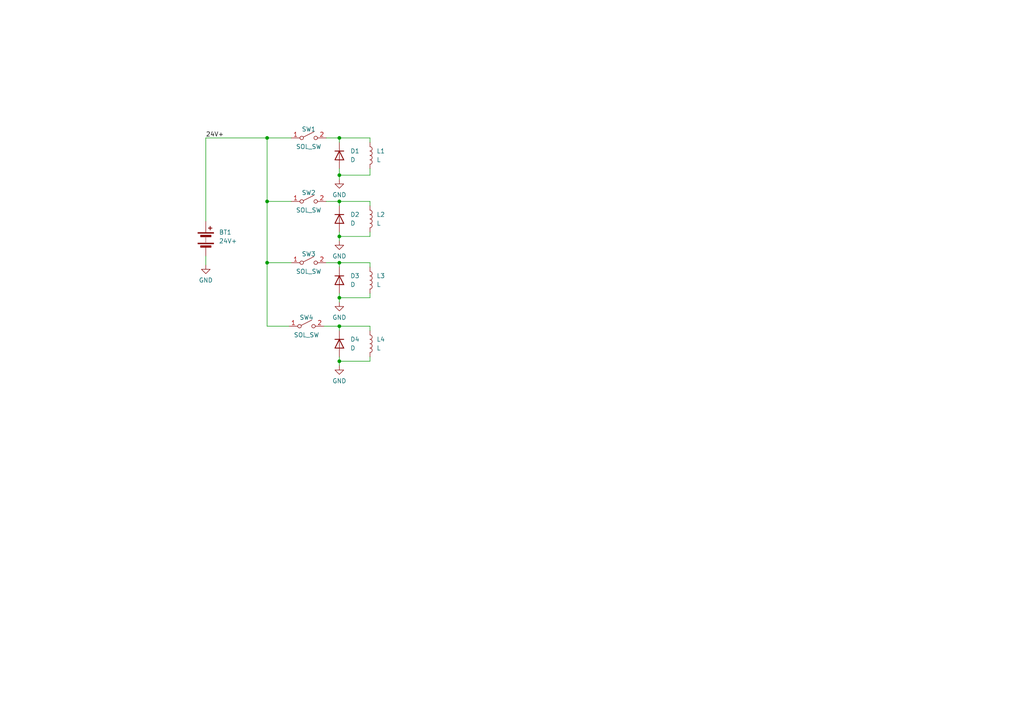
<source format=kicad_sch>
(kicad_sch (version 20230121) (generator eeschema)
  (paper "A4")
  (lib_symbols
    (symbol "Device:Battery" (pin_numbers hide) (pin_names (offset 0) hide)
      (property "Reference" "BT" (at 2.54 2.54 0))
      (property "Value" "Battery" (at 2.54 0 0))
      (symbol "Battery_0_1"
        (rectangle (start -2.286 -1.27) (end 2.286 -1.524) (fill (type outline)))
        (rectangle (start -2.286 1.778) (end 2.286 1.524) (fill (type outline)))
        (rectangle (start -1.524 -2.032) (end 1.524 -2.54) (fill (type outline)))
        (rectangle (start -1.524 1.016) (end 1.524 0.508) (fill (type outline)))
        (polyline (pts (xy 0 -1.016) (xy 0 -0.762)))
        (polyline (pts (xy 0 -0.508) (xy 0 -0.254)))
        (polyline (pts (xy 0 0) (xy 0 0.254)))
        (polyline (pts (xy 0 1.778) (xy 0 2.54)))
        (polyline (pts (xy 0.762 3.048) (xy 1.778 3.048)) (stroke (width 0.254)))
        (polyline (pts (xy 1.27 3.556) (xy 1.27 2.54)) (stroke (width 0.254)))
      )
      (symbol "Battery_1_1"
        (pin passive line (at 0 5.08 270) (length 2.54) (name "+") (number "1"))
        (pin passive line (at 0 -5.08 90) (length 2.54) (name "-") (number "2"))
      )
    )
    (symbol "Device:D" (pin_numbers hide) (pin_names (offset 1.016) hide)
      (property "Reference" "D" (at 0 2.54 0))
      (property "Value" "D" (at 0 -2.54 0))
      (symbol "D_0_1"
        (polyline (pts (xy -1.27 1.27) (xy -1.27 -1.27)) (stroke (width 0.254)))
        (polyline (pts (xy 1.27 0) (xy -1.27 0)))
        (polyline (pts (xy 1.27 1.27) (xy 1.27 -1.27) (xy -1.27 0) (xy 1.27 1.27)) (stroke (width 0.254)))
      )
      (symbol "D_1_1"
        (pin passive line (at -3.81 0 0) (length 2.54) (name "K") (number "1"))
        (pin passive line (at 3.81 0 180) (length 2.54) (name "A") (number "2"))
      )
    )
    (symbol "Device:L" (pin_numbers hide) (pin_names (offset 1.016) hide)
      (property "Reference" "L" (at -1.27 0 90))
      (property "Value" "L" (at 1.905 0 90))
      (symbol "L_0_1"
        (arc (start 0 -2.54) (mid 0.6323 -1.905) (end 0 -1.27))
        (arc (start 0 -1.27) (mid 0.6323 -0.635) (end 0 0))
        (arc (start 0 0) (mid 0.6323 0.635) (end 0 1.27))
        (arc (start 0 1.27) (mid 0.6323 1.905) (end 0 2.54))
      )
      (symbol "L_1_1"
        (pin passive line (at 0 3.81 270) (length 1.27) (name "1") (number "1"))
        (pin passive line (at 0 -3.81 90) (length 1.27) (name "2") (number "2"))
      )
    )
    (symbol "Switch:SW_SPST" (pin_names (offset 0) hide)
      (property "Reference" "SW" (at 0 3.175 0))
      (property "Value" "SW_SPST" (at 0 -2.54 0))
      (symbol "SW_SPST_0_0"
        (circle (center -2.032 0) (radius 0.508))
        (polyline (pts (xy -1.524 0.254) (xy 1.524 1.778)))
        (circle (center 2.032 0) (radius 0.508))
      )
      (symbol "SW_SPST_1_1"
        (pin passive line (at -5.08 0 0) (length 2.54) (name "A") (number "1"))
        (pin passive line (at 5.08 0 180) (length 2.54) (name "B") (number "2"))
      )
    )
    (symbol "power:GND" (power) (pin_names (offset 0))
      (property "Value" "GND" (at 0 -3.81 0))
      (symbol "GND_0_1"
        (polyline (pts (xy 0 0) (xy 0 -1.27) (xy 1.27 -1.27) (xy 0 -2.54) (xy -1.27 -1.27) (xy 0 -1.27)))
      )
      (symbol "GND_1_1"
        (pin power_in line (at 0 0 270) (length 0) hide (name "GND") (number "1"))
      )
    )
  )
  (junction (at 98.425 76.2))
  (junction (at 77.47 58.42))
  (junction (at 98.425 40.005))
  (junction (at 98.425 86.36))
  (junction (at 77.47 76.2))
  (junction (at 77.47 40.005))
  (junction (at 98.425 50.8))
  (junction (at 98.425 68.58))
  (junction (at 98.425 104.775))
  (junction (at 98.425 58.42))
  (junction (at 98.425 94.615))
  (wire (pts (xy 94.615 76.2) (xy 98.425 76.2)))
  (wire (pts (xy 98.425 50.8) (xy 98.425 48.895)))
  (wire (pts (xy 98.425 67.31) (xy 98.425 68.58)))
  (wire (pts (xy 93.98 94.615) (xy 98.425 94.615)))
  (wire (pts (xy 98.425 85.09) (xy 98.425 86.36)))
  (wire (pts (xy 98.425 40.005) (xy 107.315 40.005)))
  (wire (pts (xy 107.315 48.895) (xy 107.315 50.8)))
  (wire (pts (xy 107.315 85.09) (xy 107.315 86.36)))
  (wire (pts (xy 98.425 94.615) (xy 98.425 95.885)))
  (wire (pts (xy 98.425 87.63) (xy 98.425 86.36)))
  (wire (pts (xy 98.425 58.42) (xy 107.315 58.42)))
  (wire (pts (xy 98.425 94.615) (xy 107.315 94.615)))
  (wire (pts (xy 98.425 40.005) (xy 98.425 41.275)))
  (wire (pts (xy 107.315 94.615) (xy 107.315 95.885)))
  (wire (pts (xy 98.425 52.07) (xy 98.425 50.8)))
  (wire (pts (xy 107.315 86.36) (xy 98.425 86.36)))
  (wire (pts (xy 94.615 40.005) (xy 98.425 40.005)))
  (wire (pts (xy 77.47 40.005) (xy 59.69 40.005)))
  (wire (pts (xy 107.315 67.31) (xy 107.315 68.58)))
  (wire (pts (xy 107.315 58.42) (xy 107.315 59.69)))
  (wire (pts (xy 98.425 58.42) (xy 98.425 59.69)))
  (wire (pts (xy 98.425 106.045) (xy 98.425 104.775)))
  (wire (pts (xy 59.69 40.005) (xy 59.69 64.135)))
  (wire (pts (xy 84.455 76.2) (xy 77.47 76.2)))
  (wire (pts (xy 83.82 94.615) (xy 77.47 94.615)))
  (wire (pts (xy 77.47 58.42) (xy 77.47 76.2)))
  (wire (pts (xy 107.315 103.505) (xy 107.315 104.775)))
  (wire (pts (xy 98.425 76.2) (xy 98.425 77.47)))
  (wire (pts (xy 107.315 68.58) (xy 98.425 68.58)))
  (wire (pts (xy 77.47 58.42) (xy 84.455 58.42)))
  (wire (pts (xy 98.425 69.85) (xy 98.425 68.58)))
  (wire (pts (xy 107.315 40.005) (xy 107.315 41.275)))
  (wire (pts (xy 77.47 58.42) (xy 77.47 40.005)))
  (wire (pts (xy 107.315 50.8) (xy 98.425 50.8)))
  (wire (pts (xy 107.315 104.775) (xy 98.425 104.775)))
  (wire (pts (xy 94.615 58.42) (xy 98.425 58.42)))
  (wire (pts (xy 77.47 94.615) (xy 77.47 76.2)))
  (wire (pts (xy 84.455 40.005) (xy 77.47 40.005)))
  (wire (pts (xy 98.425 76.2) (xy 107.315 76.2)))
  (wire (pts (xy 98.425 103.505) (xy 98.425 104.775)))
  (wire (pts (xy 59.69 76.835) (xy 59.69 74.295)))
  (wire (pts (xy 107.315 76.2) (xy 107.315 77.47)))
  (label "24V+" (at 59.69 40.005 0))
  (symbol (lib_id "power:GND") (at 98.425 106.045 0) (unit 1)
    (property "Reference" "#PWR05" (effects hide))
    (property "Value" "GND" (at 98.425 110.49 0))
  )
  (symbol (lib_id "Device:Battery") (at 59.69 69.215 0) (unit 1)
    (property "Reference" "BT1" (at 63.5 67.3735 0) (effects (justify left)))
    (property "Value" "24V+" (at 63.5 69.9135 0) (effects (justify left)))
    (property "Footprint" "Connector_Wire:SolderWire-1.5sqmm_1x02_P7.8mm_D1.7mm_OD3.9mm_Relief" (effects hide))
  )
  (symbol (lib_id "Device:L") (at 107.315 99.695 0) (unit 1)
    (property "Reference" "L4" (at 109.22 98.425 0) (effects (justify left)))
    (property "Value" "L" (at 109.22 100.965 0) (effects (justify left)))
    (property "Footprint" "Connector_Wire:SolderWire-1sqmm_1x02_P5.4mm_D1.4mm_OD2.7mm_Relief" (effects hide))
  )
  (symbol (lib_id "power:GND") (at 98.425 87.63 0) (unit 1)
    (property "Reference" "#PWR04" (effects hide))
    (property "Value" "GND" (at 98.425 92.075 0))
  )
  (symbol (lib_id "Device:D") (at 98.425 63.5 270) (unit 1)
    (property "Reference" "D2" (at 101.6 62.23 90) (effects (justify left)))
    (property "Value" "D" (at 101.6 64.77 90) (effects (justify left)))
    (property "Footprint" "Diode_THT:D_A-405_P7.62mm_Horizontal" (effects hide))
    (property "Sim.Device" "D" (effects hide))
    (property "Sim.Pins" "1=K 2=A" (effects hide))
  )
  (symbol (lib_id "Device:D") (at 98.425 45.085 270) (unit 1)
    (property "Reference" "D1" (at 101.6 43.815 90) (effects (justify left)))
    (property "Value" "D" (at 101.6 46.355 90) (effects (justify left)))
    (property "Footprint" "Diode_THT:D_A-405_P7.62mm_Horizontal" (effects hide))
    (property "Sim.Device" "D" (effects hide))
    (property "Sim.Pins" "1=K 2=A" (effects hide))
  )
  (symbol (lib_id "Switch:SW_SPST") (at 88.9 94.615 0) (unit 1)
    (property "Reference" "SW4" (at 88.9 92.075 0))
    (property "Value" "SOL_SW" (at 88.9 97.155 0))
    (property "Footprint" "Connector_Wire:SolderWire-1.5sqmm_1x02_P7.8mm_D1.7mm_OD3.9mm_Relief" (effects hide))
  )
  (symbol (lib_id "Device:L") (at 107.315 45.085 0) (unit 1)
    (property "Reference" "L1" (at 109.22 43.815 0) (effects (justify left)))
    (property "Value" "L" (at 109.22 46.355 0) (effects (justify left)))
    (property "Footprint" "Connector_Wire:SolderWire-1sqmm_1x02_P5.4mm_D1.4mm_OD2.7mm_Relief" (effects hide))
  )
  (symbol (lib_id "Device:D") (at 98.425 81.28 270) (unit 1)
    (property "Reference" "D3" (at 101.6 80.01 90) (effects (justify left)))
    (property "Value" "D" (at 101.6 82.55 90) (effects (justify left)))
    (property "Footprint" "Diode_THT:D_A-405_P7.62mm_Horizontal" (effects hide))
    (property "Sim.Device" "D" (effects hide))
    (property "Sim.Pins" "1=K 2=A" (effects hide))
  )
  (symbol (lib_id "Device:L") (at 107.315 81.28 0) (unit 1)
    (property "Reference" "L3" (at 109.22 80.01 0) (effects (justify left)))
    (property "Value" "L" (at 109.22 82.55 0) (effects (justify left)))
    (property "Footprint" "Connector_Wire:SolderWire-1sqmm_1x02_P5.4mm_D1.4mm_OD2.7mm_Relief" (effects hide))
  )
  (symbol (lib_id "Device:L") (at 107.315 63.5 0) (unit 1)
    (property "Reference" "L2" (at 109.22 62.23 0) (effects (justify left)))
    (property "Value" "L" (at 109.22 64.77 0) (effects (justify left)))
    (property "Footprint" "Connector_Wire:SolderWire-1sqmm_1x02_P5.4mm_D1.4mm_OD2.7mm_Relief" (effects hide))
  )
  (symbol (lib_id "Device:D") (at 98.425 99.695 270) (unit 1)
    (property "Reference" "D4" (at 101.6 98.425 90) (effects (justify left)))
    (property "Value" "D" (at 101.6 100.965 90) (effects (justify left)))
    (property "Footprint" "Diode_THT:D_A-405_P7.62mm_Horizontal" (effects hide))
    (property "Sim.Device" "D" (effects hide))
    (property "Sim.Pins" "1=K 2=A" (effects hide))
  )
  (symbol (lib_id "power:GND") (at 59.69 76.835 0) (unit 1)
    (property "Reference" "#PWR01" (effects hide))
    (property "Value" "GND" (at 59.69 81.28 0))
  )
  (symbol (lib_id "Switch:SW_SPST") (at 89.535 58.42 0) (unit 1)
    (property "Reference" "SW2" (at 89.535 55.88 0))
    (property "Value" "SOL_SW" (at 89.535 60.96 0))
    (property "Footprint" "Connector_Wire:SolderWire-1.5sqmm_1x02_P7.8mm_D1.7mm_OD3.9mm_Relief" (effects hide))
  )
  (symbol (lib_id "Switch:SW_SPST") (at 89.535 76.2 0) (unit 1)
    (property "Reference" "SW3" (at 89.535 73.66 0))
    (property "Value" "SOL_SW" (at 89.535 78.74 0))
    (property "Footprint" "Connector_Wire:SolderWire-1.5sqmm_1x02_P7.8mm_D1.7mm_OD3.9mm_Relief" (effects hide))
  )
  (symbol (lib_id "Switch:SW_SPST") (at 89.535 40.005 0) (unit 1)
    (property "Reference" "SW1" (at 89.535 37.465 0))
    (property "Value" "SOL_SW" (at 89.535 42.545 0))
    (property "Footprint" "Connector_Wire:SolderWire-1.5sqmm_1x02_P7.8mm_D1.7mm_OD3.9mm_Relief" (effects hide))
  )
  (symbol (lib_id "power:GND") (at 98.425 69.85 0) (unit 1)
    (property "Reference" "#PWR03" (effects hide))
    (property "Value" "GND" (at 98.425 74.295 0))
  )
  (symbol (lib_id "power:GND") (at 98.425 52.07 0) (unit 1)
    (property "Reference" "#PWR02" (effects hide))
    (property "Value" "GND" (at 98.425 56.515 0))
  )
)
</source>
